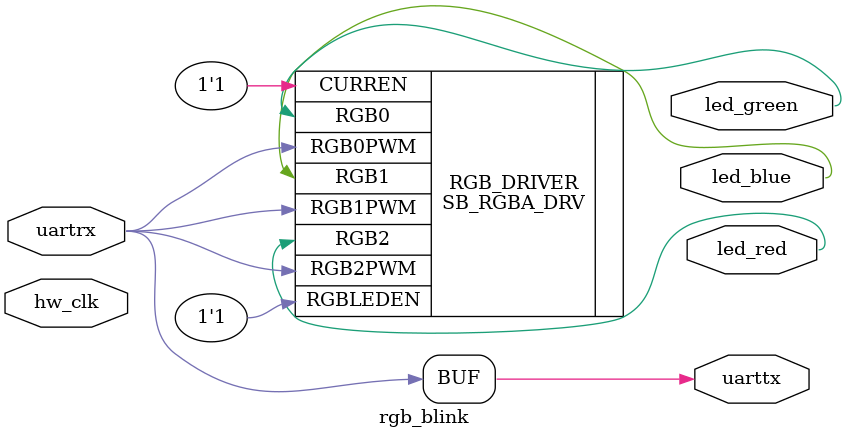
<source format=v>
`include "uart_trx.v"

module rgb_blink (
  // outputs
  output wire led_red  , // Red
  output wire led_blue , // Blue
  output wire led_green , // Green
  output wire uarttx , // UART Transmission pin
  input wire uartrx , // UART Transmission pin
  input wire  hw_clk
);

  wire        int_osc            ;
  reg  [27:0] frequency_counter_i;
  
    
//----------------------------------------------------------------------------
//                                                                          --
//                       Internal Oscillator                                --
//                                                                          --
//----------------------------------------------------------------------------
  SB_HFOSC #(.CLKHF_DIV ("0b10")) u_SB_HFOSC ( .CLKHFPU(1'b1), .CLKHFEN(1'b1), .CLKHF(int_osc));

  assign uarttx = uartrx;

//----------------------------------------------------------------------------
//                                                                          --
//                       Counter                                            --
//                                                                          --
//----------------------------------------------------------------------------
  always @(posedge int_osc) begin

    frequency_counter_i <= frequency_counter_i + 1'b1;
        /* generate 9600 Hz clock */
  end

//----------------------------------------------------------------------------
//                                                                          --
//                       Instantiate RGB primitive                          --
//                                                                          --
//----------------------------------------------------------------------------
  SB_RGBA_DRV RGB_DRIVER (
    .RGBLEDEN(1'b1                                            ),
    .RGB0PWM (uartrx),
    .RGB1PWM (uartrx),
    .RGB2PWM (uartrx),
    .CURREN  (1'b1                                            ),
    .RGB0    (led_green                                       ), //Actual Hardware connection
    .RGB1    (led_blue                                        ),
    .RGB2    (led_red                                         )
  );
  defparam RGB_DRIVER.RGB0_CURRENT = "0b000001";
  defparam RGB_DRIVER.RGB1_CURRENT = "0b000001";
  defparam RGB_DRIVER.RGB2_CURRENT = "0b000001";

endmodule

</source>
